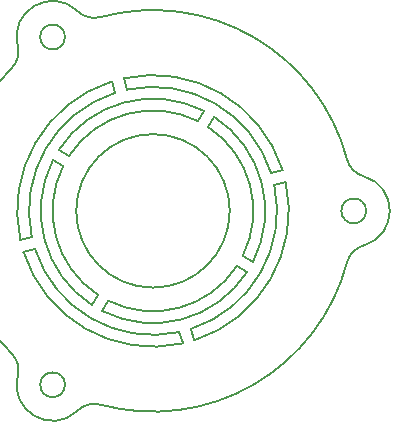
<source format=gbr>
%TF.GenerationSoftware,KiCad,Pcbnew,8.0.0*%
%TF.CreationDate,2024-05-17T03:15:10+03:00*%
%TF.ProjectId,pressure_sensor_sensor,70726573-7375-4726-955f-73656e736f72,rev?*%
%TF.SameCoordinates,Original*%
%TF.FileFunction,Profile,NP*%
%FSLAX46Y46*%
G04 Gerber Fmt 4.6, Leading zero omitted, Abs format (unit mm)*
G04 Created by KiCad (PCBNEW 8.0.0) date 2024-05-17 03:15:10*
%MOMM*%
%LPD*%
G01*
G04 APERTURE LIST*
%TA.AperFunction,Profile*%
%ADD10C,0.180000*%
%TD*%
G04 APERTURE END LIST*
D10*
X227119544Y-70401300D02*
G75*
G02*
X230408906Y-82677515I-5176444J-7965800D01*
G01*
X228443115Y-78367136D02*
G75*
G02*
X215443117Y-78367136I-6499999J0D01*
G01*
X215443117Y-78367136D02*
G75*
G02*
X228443115Y-78367136I6499999J0D01*
G01*
X239769076Y-75431104D02*
G75*
G02*
X238377310Y-74017538I541724J1925304D01*
G01*
X224472827Y-89585450D02*
X224174670Y-88627261D01*
X209959193Y-90424731D02*
G75*
G02*
X209959197Y-66309546I11983917J12057591D01*
G01*
X210974876Y-81823705D02*
X211941815Y-81564614D01*
X233180393Y-75923052D02*
G75*
G02*
X225399686Y-89335379I-11237273J-2444098D01*
G01*
X232203239Y-76135581D02*
G75*
G02*
X225140596Y-88368442I-10260119J-2231559D01*
G01*
X214844648Y-73691483D02*
G75*
G02*
X225752693Y-70768757I7098352J-4675517D01*
G01*
X239769076Y-75431105D02*
G75*
G02*
X239769057Y-81303101I-825876J-2935995D01*
G01*
X226618767Y-71268668D02*
G75*
G02*
X229541536Y-82176740I-4675667J-7098432D01*
G01*
X230408950Y-82677538D02*
X229541582Y-82176763D01*
X238377260Y-82716721D02*
G75*
G02*
X239769086Y-81303205I1933440J-511779D01*
G01*
X225399684Y-89335372D02*
X225140595Y-88368440D01*
X224472827Y-89585449D02*
G75*
G02*
X210974842Y-81823716I-2529727J11218349D01*
G01*
X219452474Y-67140085D02*
G75*
G02*
X232911307Y-74910582I2490626J-11227015D01*
G01*
X210716064Y-80857777D02*
X211682992Y-80598689D01*
X229041584Y-83042789D02*
G75*
G02*
X218133439Y-85965693I-7098584J4675789D01*
G01*
X226253485Y-69901356D02*
X225752710Y-70768724D01*
X214344645Y-74557508D02*
X213477276Y-74056732D01*
X224174670Y-88627261D02*
G75*
G02*
X211941770Y-81564629I-2231570J10260161D01*
G01*
X215572815Y-95272886D02*
G75*
G02*
X217492890Y-94774334I1396485J-1431614D01*
G01*
X231944427Y-75169653D02*
X232911355Y-74910567D01*
X210716065Y-80857777D02*
G75*
G02*
X218486550Y-67398905I11227055J2490637D01*
G01*
X238377259Y-82716721D02*
G75*
G02*
X217492896Y-94774311I-16434139J4349581D01*
G01*
X232203239Y-76135581D02*
X233180393Y-75923052D01*
X210487456Y-64397417D02*
G75*
G02*
X215572812Y-61461388I2955684J752667D01*
G01*
X215572815Y-95272886D02*
G75*
G02*
X210487462Y-92336854I-2129715J2183286D01*
G01*
X209959193Y-90424731D02*
G75*
G02*
X210487427Y-92336845I-1410093J-1418569D01*
G01*
X214493115Y-93089567D02*
G75*
G02*
X212393115Y-93089567I-1050000J0D01*
G01*
X212393115Y-93089567D02*
G75*
G02*
X214493115Y-93089567I1050000J0D01*
G01*
X226618767Y-71268668D02*
X227119544Y-70401299D01*
X218486549Y-67398903D02*
X218745637Y-68365838D01*
X211682993Y-80598689D02*
G75*
G02*
X218745637Y-68365837I10260157J2231529D01*
G01*
X229908953Y-83543565D02*
G75*
G02*
X217632663Y-86833063I-7965953J5176565D01*
G01*
X217492894Y-61959957D02*
G75*
G02*
X215572806Y-61461394I-523594J1930157D01*
G01*
X216766687Y-86332974D02*
G75*
G02*
X213477231Y-74056709I5176413J7965874D01*
G01*
X217632680Y-86833030D02*
X218133454Y-85965662D01*
X217492894Y-61959957D02*
G75*
G02*
X238377217Y-74017563I4450206J-16407143D01*
G01*
X213977280Y-73190707D02*
G75*
G02*
X226253468Y-69901389I7965720J-5176293D01*
G01*
X216766687Y-86332974D02*
X217267463Y-85465605D01*
X214844648Y-73691483D02*
X213977279Y-73190706D01*
X239993117Y-78367136D02*
G75*
G02*
X237893117Y-78367136I-1050000J0D01*
G01*
X237893117Y-78367136D02*
G75*
G02*
X239993117Y-78367136I1050000J0D01*
G01*
X217267463Y-85465604D02*
G75*
G02*
X214344601Y-74557486I4675637J7098504D01*
G01*
X214493116Y-63644704D02*
G75*
G02*
X212393116Y-63644704I-1050000J0D01*
G01*
X212393116Y-63644704D02*
G75*
G02*
X214493116Y-63644704I1050000J0D01*
G01*
X219711562Y-68107011D02*
G75*
G02*
X231944380Y-75169668I2231538J-10260089D01*
G01*
X229908953Y-83543565D02*
X229041584Y-83042789D01*
X210487456Y-64397417D02*
G75*
G02*
X209959176Y-66309525I-1938056J-493583D01*
G01*
X219452474Y-67140085D02*
X219711562Y-68107011D01*
M02*

</source>
